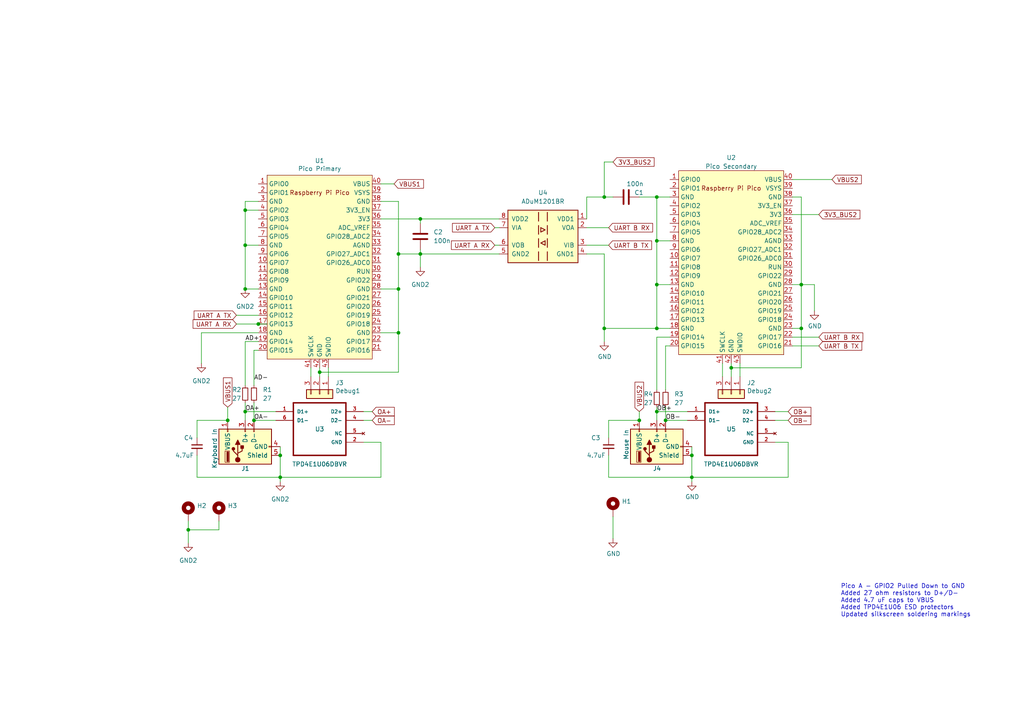
<source format=kicad_sch>
(kicad_sch (version 20230121) (generator eeschema)
  (paper "A4")
  (title_block (title "DeskHop - Fast Keyboard/Mouse Switching Device") (date "2024-01-11") (rev "v1.1") (company "Hrvoje Čavrak"))
  (lib_symbols
    (symbol "Connector:USB_A" (pin_names (offset 1.016))
      (property "Reference" "J" (at -5.08 11.43 0))
      (property "Value" "USB_A" (at -5.08 8.89 0))
      (symbol "USB_A_0_1"
        (rectangle (start -5.08 -7.62) (end 5.08 7.62) (stroke (width 0.254)) (fill (type background)))
        (circle (center -3.81 2.159) (radius 0.635) (stroke (width 0.254)) (fill (type outline)))
        (rectangle (start -1.524 4.826) (end -4.318 5.334) (fill (type outline)))
        (rectangle (start -1.27 4.572) (end -4.572 5.842))
        (circle (center -0.635 3.429) (radius 0.381) (stroke (width 0.254)) (fill (type outline)))
        (rectangle (start -0.127 -7.62) (end 0.127 -6.858))
        (polyline (pts (xy -3.175 2.159) (xy -2.54 2.159) (xy -1.27 3.429) (xy -0.635 3.429)) (stroke (width 0.254)))
        (polyline (pts (xy -2.54 2.159) (xy -1.905 2.159) (xy -1.27 0.889) (xy 0 0.889)) (stroke (width 0.254)))
        (polyline (pts (xy 0.635 2.794) (xy 0.635 1.524) (xy 1.905 2.159) (xy 0.635 2.794)) (stroke (width 0.254)) (fill (type outline)))
        (rectangle (start 0.254 1.27) (end -0.508 0.508) (stroke (width 0.254)) (fill (type outline)))
        (rectangle (start 5.08 -2.667) (end 4.318 -2.413))
        (rectangle (start 5.08 -0.127) (end 4.318 0.127))
        (rectangle (start 5.08 4.953) (end 4.318 5.207))
      )
      (symbol "USB_A_1_1"
        (polyline (pts (xy -1.905 2.159) (xy 0.635 2.159)) (stroke (width 0.254)))
        (pin power_in line (at 7.62 5.08 180) (length 2.54) (name "VBUS") (number "1"))
        (pin bidirectional line (at 7.62 -2.54 180) (length 2.54) (name "D-") (number "2"))
        (pin bidirectional line (at 7.62 0 180) (length 2.54) (name "D+") (number "3"))
        (pin power_in line (at 0 -10.16 90) (length 2.54) (name "GND") (number "4"))
        (pin passive line (at -2.54 -10.16 90) (length 2.54) (name "Shield") (number "5"))
      )
    )
    (symbol "Connector_Generic:Conn_01x03" (pin_names (offset 1.016) hide)
      (property "Reference" "J" (at 0 5.08 0))
      (property "Value" "Conn_01x03" (at 0 -5.08 0))
      (symbol "Conn_01x03_1_1"
        (rectangle (start -1.27 -2.413) (end 0 -2.667) (stroke (width 0.1524)))
        (rectangle (start -1.27 0.127) (end 0 -0.127) (stroke (width 0.1524)))
        (rectangle (start -1.27 2.667) (end 0 2.413) (stroke (width 0.1524)))
        (rectangle (start -1.27 3.81) (end 1.27 -3.81) (stroke (width 0.254)) (fill (type background)))
        (pin passive line (at -5.08 2.54 0) (length 3.81) (name "Pin_1") (number "1"))
        (pin passive line (at -5.08 0 0) (length 3.81) (name "Pin_2") (number "2"))
        (pin passive line (at -5.08 -2.54 0) (length 3.81) (name "Pin_3") (number "3"))
      )
    )
    (symbol "Device:C" (pin_numbers hide) (pin_names (offset 0.254))
      (property "Reference" "C" (at 0.635 2.54 0))
      (property "Value" "C" (at 0.635 -2.54 0))
      (symbol "C_0_1"
        (polyline (pts (xy -2.032 -0.762) (xy 2.032 -0.762)) (stroke (width 0.508)))
        (polyline (pts (xy -2.032 0.762) (xy 2.032 0.762)) (stroke (width 0.508)))
      )
      (symbol "C_1_1"
        (pin passive line (at 0 3.81 270) (length 2.794) (name "~") (number "1"))
        (pin passive line (at 0 -3.81 90) (length 2.794) (name "~") (number "2"))
      )
    )
    (symbol "Device:C_Small" (pin_numbers hide) (pin_names (offset 0.254) hide)
      (property "Reference" "C" (at 0.254 1.778 0))
      (property "Value" "C_Small" (at 0.254 -2.032 0))
      (symbol "C_Small_0_1"
        (polyline (pts (xy -1.524 -0.508) (xy 1.524 -0.508)) (stroke (width 0.3302)))
        (polyline (pts (xy -1.524 0.508) (xy 1.524 0.508)) (stroke (width 0.3048)))
      )
      (symbol "C_Small_1_1"
        (pin passive line (at 0 2.54 270) (length 2.032) (name "~") (number "1"))
        (pin passive line (at 0 -2.54 90) (length 2.032) (name "~") (number "2"))
      )
    )
    (symbol "Device:R_Small" (pin_numbers hide) (pin_names (offset 0.254) hide)
      (property "Reference" "R" (at 0.762 0.508 0))
      (property "Value" "R_Small" (at 0.762 -1.016 0))
      (symbol "R_Small_0_1"
        (rectangle (start -0.762 1.778) (end 0.762 -1.778) (stroke (width 0.2032)))
      )
      (symbol "R_Small_1_1"
        (pin passive line (at 0 2.54 270) (length 0.762) (name "~") (number "1"))
        (pin passive line (at 0 -2.54 90) (length 0.762) (name "~") (number "2"))
      )
    )
    (symbol "Isolator:ADuM1201BR" (pin_names (offset 1.016))
      (property "Reference" "U" (at -10.16 8.89 0))
      (property "Value" "ADuM1201BR" (at -2.032 8.89 0))
      (symbol "ADuM1201BR_0_1"
        (rectangle (start -10.16 7.62) (end 10.16 -7.62) (stroke (width 0.254)) (fill (type background)))
        (polyline (pts (xy -1.27 -4.445) (xy -1.27 -6.985)) (stroke (width 0.254)))
        (polyline (pts (xy -1.27 -0.635) (xy -1.27 -3.175)) (stroke (width 0.254)))
        (polyline (pts (xy -1.27 3.175) (xy -1.27 0.635)) (stroke (width 0.254)))
        (polyline (pts (xy -1.27 6.985) (xy -1.27 4.445)) (stroke (width 0.254)))
        (polyline (pts (xy 1.27 -4.445) (xy 1.27 -6.985)) (stroke (width 0.254)))
        (polyline (pts (xy 1.27 -0.635) (xy 1.27 -3.175)) (stroke (width 0.254)))
        (polyline (pts (xy 1.27 3.175) (xy 1.27 0.635)) (stroke (width 0.254)))
        (polyline (pts (xy 1.27 6.985) (xy 1.27 4.445)) (stroke (width 0.254)))
        (polyline (pts (xy -0.635 -1.27) (xy -0.635 -2.54) (xy 0.635 -1.905) (xy -0.635 -1.27)) (stroke (width 0.254)))
        (polyline (pts (xy 0.635 2.54) (xy 0.635 1.27) (xy -0.635 1.905) (xy 0.635 2.54)) (stroke (width 0.254)))
      )
      (symbol "ADuM1201BR_1_1"
        (pin power_in line (at -12.7 5.08 0) (length 2.54) (name "VDD1") (number "1"))
        (pin output line (at -12.7 2.54 0) (length 2.54) (name "VOA") (number "2"))
        (pin input line (at -12.7 -2.54 0) (length 2.54) (name "VIB") (number "3"))
        (pin power_in line (at -12.7 -5.08 0) (length 2.54) (name "GND1") (number "4"))
        (pin power_in line (at 12.7 -5.08 180) (length 2.54) (name "GND2") (number "5"))
        (pin output line (at 12.7 -2.54 180) (length 2.54) (name "VOB") (number "6"))
        (pin input line (at 12.7 2.54 180) (length 2.54) (name "VIA") (number "7"))
        (pin power_in line (at 12.7 5.08 180) (length 2.54) (name "VDD2") (number "8"))
      )
    )
    (symbol "MCU_RaspberryPi_and_Boards:Pico"
      (property "Reference" "U" (at -13.97 27.94 0))
      (property "Value" "Pico" (at 0 19.05 0))
      (symbol "Pico_0_0"
        (text "Raspberry Pi Pico" (at 0 21.59 0) (effects (font (size 1.27 1.27))))
      )
      (symbol "Pico_0_1"
        (rectangle (start -15.24 26.67) (end 15.24 -26.67) (fill (type background)))
      )
      (symbol "Pico_1_1"
        (pin bidirectional line (at -17.78 24.13 0) (length 2.54) (name "GPIO0") (number "1"))
        (pin bidirectional line (at -17.78 1.27 0) (length 2.54) (name "GPIO7") (number "10"))
        (pin bidirectional line (at -17.78 -1.27 0) (length 2.54) (name "GPIO8") (number "11"))
        (pin bidirectional line (at -17.78 -3.81 0) (length 2.54) (name "GPIO9") (number "12"))
        (pin power_in line (at -17.78 -6.35 0) (length 2.54) (name "GND") (number "13"))
        (pin bidirectional line (at -17.78 -8.89 0) (length 2.54) (name "GPIO10") (number "14"))
        (pin bidirectional line (at -17.78 -11.43 0) (length 2.54) (name "GPIO11") (number "15"))
        (pin bidirectional line (at -17.78 -13.97 0) (length 2.54) (name "GPIO12") (number "16"))
        (pin bidirectional line (at -17.78 -16.51 0) (length 2.54) (name "GPIO13") (number "17"))
        (pin power_in line (at -17.78 -19.05 0) (length 2.54) (name "GND") (number "18"))
        (pin bidirectional line (at -17.78 -21.59 0) (length 2.54) (name "GPIO14") (number "19"))
        (pin bidirectional line (at -17.78 21.59 0) (length 2.54) (name "GPIO1") (number "2"))
        (pin bidirectional line (at -17.78 -24.13 0) (length 2.54) (name "GPIO15") (number "20"))
        (pin bidirectional line (at 17.78 -24.13 180) (length 2.54) (name "GPIO16") (number "21"))
        (pin bidirectional line (at 17.78 -21.59 180) (length 2.54) (name "GPIO17") (number "22"))
        (pin power_in line (at 17.78 -19.05 180) (length 2.54) (name "GND") (number "23"))
        (pin bidirectional line (at 17.78 -16.51 180) (length 2.54) (name "GPIO18") (number "24"))
        (pin bidirectional line (at 17.78 -13.97 180) (length 2.54) (name "GPIO19") (number "25"))
        (pin bidirectional line (at 17.78 -11.43 180) (length 2.54) (name "GPIO20") (number "26"))
        (pin bidirectional line (at 17.78 -8.89 180) (length 2.54) (name "GPIO21") (number "27"))
        (pin power_in line (at 17.78 -6.35 180) (length 2.54) (name "GND") (number "28"))
        (pin bidirectional line (at 17.78 -3.81 180) (length 2.54) (name "GPIO22") (number "29"))
        (pin power_in line (at -17.78 19.05 0) (length 2.54) (name "GND") (number "3"))
        (pin input line (at 17.78 -1.27 180) (length 2.54) (name "RUN") (number "30"))
        (pin bidirectional line (at 17.78 1.27 180) (length 2.54) (name "GPIO26_ADC0") (number "31"))
        (pin bidirectional line (at 17.78 3.81 180) (length 2.54) (name "GPIO27_ADC1") (number "32"))
        (pin power_in line (at 17.78 6.35 180) (length 2.54) (name "AGND") (number "33"))
        (pin bidirectional line (at 17.78 8.89 180) (length 2.54) (name "GPIO28_ADC2") (number "34"))
        (pin power_in line (at 17.78 11.43 180) (length 2.54) (name "ADC_VREF") (number "35"))
        (pin power_in line (at 17.78 13.97 180) (length 2.54) (name "3V3") (number "36"))
        (pin input line (at 17.78 16.51 180) (length 2.54) (name "3V3_EN") (number "37"))
        (pin bidirectional line (at 17.78 19.05 180) (length 2.54) (name "GND") (number "38"))
        (pin power_in line (at 17.78 21.59 180) (length 2.54) (name "VSYS") (number "39"))
        (pin bidirectional line (at -17.78 16.51 0) (length 2.54) (name "GPIO2") (number "4"))
        (pin power_in line (at 17.78 24.13 180) (length 2.54) (name "VBUS") (number "40"))
        (pin input line (at -2.54 -29.21 90) (length 2.54) (name "SWCLK") (number "41"))
        (pin power_in line (at 0 -29.21 90) (length 2.54) (name "GND") (number "42"))
        (pin bidirectional line (at 2.54 -29.21 90) (length 2.54) (name "SWDIO") (number "43"))
        (pin bidirectional line (at -17.78 13.97 0) (length 2.54) (name "GPIO3") (number "5"))
        (pin bidirectional line (at -17.78 11.43 0) (length 2.54) (name "GPIO4") (number "6"))
        (pin bidirectional line (at -17.78 8.89 0) (length 2.54) (name "GPIO5") (number "7"))
        (pin power_in line (at -17.78 6.35 0) (length 2.54) (name "GND") (number "8"))
        (pin bidirectional line (at -17.78 3.81 0) (length 2.54) (name "GPIO6") (number "9"))
      )
    )
    (symbol "Mechanical:MountingHole_Pad" (pin_numbers hide) (pin_names (offset 1.016) hide)
      (property "Reference" "H" (at 0 6.35 0))
      (property "Value" "MountingHole_Pad" (at 0 4.445 0))
      (symbol "MountingHole_Pad_0_1"
        (circle (center 0 1.27) (radius 1.27) (stroke (width 1.27)))
      )
      (symbol "MountingHole_Pad_1_1"
        (pin input line (at 0 -2.54 90) (length 2.54) (name "1") (number "1"))
      )
    )
    (symbol "TPD4E1U06DBVR:TPD4E1U06DBVR" (pin_names (offset 1.016))
      (property "Reference" "U" (at -1.27 8.89 0))
      (property "Value" "TPD4E1U06DBVR" (at -7.62 -10.16 0))
      (symbol "TPD4E1U06DBVR_0_0"
        (polyline (pts (xy -7.62 -7.62) (xy -7.62 7.62)) (stroke (width 0.4064)))
        (polyline (pts (xy -7.62 7.62) (xy 7.62 7.62)) (stroke (width 0.4064)))
        (polyline (pts (xy 7.62 -7.62) (xy -7.62 -7.62)) (stroke (width 0.4064)))
        (polyline (pts (xy 7.62 7.62) (xy 7.62 -7.62)) (stroke (width 0.4064)))
        (pin bidirectional line (at -12.7 5.08 0) (length 5.08) (name "D1+") (number "1"))
        (pin power_in line (at 12.7 -3.81 180) (length 5.08) (name "GND") (number "2"))
        (pin bidirectional line (at 12.7 5.08 180) (length 5.08) (name "D2+") (number "3"))
        (pin bidirectional line (at 12.7 2.54 180) (length 5.08) (name "D2-") (number "4"))
        (pin no_connect line (at 12.7 -1.27 180) (length 5.08) (name "NC") (number "5"))
        (pin bidirectional line (at -12.7 2.54 0) (length 5.08) (name "D1-") (number "6"))
      )
    )
    (symbol "TPD4E1U06DBVR_1" (pin_names (offset 1.016))
      (property "Reference" "U" (at -1.27 8.89 0))
      (property "Value" "TPD4E1U06DBVR" (at -7.62 -10.16 0))
      (symbol "TPD4E1U06DBVR_1_0_0"
        (polyline (pts (xy -7.62 -7.62) (xy -7.62 7.62)) (stroke (width 0.4064)))
        (polyline (pts (xy -7.62 7.62) (xy 7.62 7.62)) (stroke (width 0.4064)))
        (polyline (pts (xy 7.62 -7.62) (xy -7.62 -7.62)) (stroke (width 0.4064)))
        (polyline (pts (xy 7.62 7.62) (xy 7.62 -7.62)) (stroke (width 0.4064)))
        (pin bidirectional line (at -12.7 5.08 0) (length 5.08) (name "D1+") (number "1"))
        (pin power_in line (at 12.7 -3.81 180) (length 5.08) (name "GND") (number "2"))
        (pin bidirectional line (at 12.7 5.08 180) (length 5.08) (name "D2+") (number "3"))
        (pin bidirectional line (at 12.7 2.54 180) (length 5.08) (name "D2-") (number "4"))
        (pin no_connect line (at 12.7 -1.27 180) (length 5.08) (name "NC") (number "5"))
        (pin bidirectional line (at -12.7 2.54 0) (length 5.08) (name "D1-") (number "6"))
      )
    )
    (symbol "power:GND" (power) (pin_names (offset 0))
      (property "Value" "GND" (at 0 -3.81 0))
      (symbol "GND_0_1"
        (polyline (pts (xy 0 0) (xy 0 -1.27) (xy 1.27 -1.27) (xy 0 -2.54) (xy -1.27 -1.27) (xy 0 -1.27)))
      )
      (symbol "GND_1_1"
        (pin power_in line (at 0 0 270) (length 0) hide (name "GND") (number "1"))
      )
    )
    (symbol "power:GND2" (power) (pin_names (offset 0))
      (property "Value" "GND2" (at 0 -3.81 0))
      (symbol "GND2_0_1"
        (polyline (pts (xy 0 0) (xy 0 -1.27) (xy 1.27 -1.27) (xy 0 -2.54) (xy -1.27 -1.27) (xy 0 -1.27)))
      )
      (symbol "GND2_1_1"
        (pin power_in line (at 0 0 270) (length 0) hide (name "GND2") (number "1"))
      )
    )
  )
  (junction (at 121.92 73.66))
  (junction (at 232.41 95.25))
  (junction (at 190.5 119.38))
  (junction (at 71.12 60.96))
  (junction (at 115.57 96.52))
  (junction (at 212.09 106.68))
  (junction (at 200.66 138.43))
  (junction (at 71.12 119.38))
  (junction (at 81.28 138.43))
  (junction (at 81.28 132.08))
  (junction (at 190.5 95.25))
  (junction (at 190.5 82.55))
  (junction (at 121.92 63.5))
  (junction (at 92.71 107.95))
  (junction (at 115.57 83.82))
  (junction (at 232.41 82.55))
  (junction (at 54.61 153.67))
  (junction (at 73.66 121.92))
  (junction (at 74.93 93.98))
  (junction (at 193.04 121.92))
  (junction (at 175.26 95.25))
  (junction (at 115.57 73.66))
  (junction (at 190.5 57.15))
  (junction (at 175.26 57.15))
  (junction (at 190.5 69.85))
  (junction (at 71.12 71.12))
  (junction (at 185.42 121.92))
  (junction (at 66.04 121.92))
  (junction (at 200.66 132.08))
  (junction (at 71.12 83.82))
  (wire (pts (xy 175.26 95.25) (xy 175.26 99.06)))
  (wire (pts (xy 57.15 121.92) (xy 66.04 121.92)))
  (wire (pts (xy 185.42 119.38) (xy 185.42 121.92)))
  (wire (pts (xy 190.5 82.55) (xy 190.5 95.25)))
  (wire (pts (xy 71.12 83.82) (xy 71.12 71.12)))
  (wire (pts (xy 71.12 60.96) (xy 74.93 60.96)))
  (wire (pts (xy 110.49 138.43) (xy 81.28 138.43)))
  (wire (pts (xy 193.04 100.33) (xy 194.31 100.33)))
  (wire (pts (xy 68.58 93.98) (xy 74.93 93.98)))
  (wire (pts (xy 71.12 99.06) (xy 71.12 111.76)))
  (wire (pts (xy 177.8 46.99) (xy 175.26 46.99)))
  (wire (pts (xy 190.5 95.25) (xy 194.31 95.25)))
  (wire (pts (xy 121.92 73.66) (xy 144.78 73.66)))
  (wire (pts (xy 170.18 73.66) (xy 175.26 73.66)))
  (wire (pts (xy 199.39 121.92) (xy 193.04 121.92)))
  (wire (pts (xy 115.57 73.66) (xy 115.57 58.42)))
  (wire (pts (xy 194.31 97.79) (xy 190.5 97.79)))
  (wire (pts (xy 110.49 128.27) (xy 105.41 128.27)))
  (wire (pts (xy 81.28 129.54) (xy 81.28 132.08)))
  (wire (pts (xy 232.41 57.15) (xy 232.41 82.55)))
  (wire (pts (xy 90.17 106.68) (xy 90.17 109.22)))
  (wire (pts (xy 190.5 97.79) (xy 190.5 113.03)))
  (wire (pts (xy 200.66 132.08) (xy 200.66 138.43)))
  (wire (pts (xy 121.92 72.39) (xy 121.92 73.66)))
  (wire (pts (xy 199.39 119.38) (xy 190.5 119.38)))
  (wire (pts (xy 81.28 138.43) (xy 81.28 139.7)))
  (wire (pts (xy 177.8 149.86) (xy 177.8 156.21)))
  (wire (pts (xy 71.12 71.12) (xy 74.93 71.12)))
  (wire (pts (xy 229.87 62.23) (xy 237.49 62.23)))
  (wire (pts (xy 71.12 60.96) (xy 71.12 58.42)))
  (wire (pts (xy 200.66 129.54) (xy 200.66 132.08)))
  (wire (pts (xy 71.12 71.12) (xy 71.12 60.96)))
  (wire (pts (xy 73.66 101.6) (xy 73.66 111.76)))
  (wire (pts (xy 71.12 116.84) (xy 71.12 119.38)))
  (wire (pts (xy 190.5 69.85) (xy 190.5 82.55)))
  (wire (pts (xy 115.57 83.82) (xy 115.57 96.52)))
  (wire (pts (xy 54.61 153.67) (xy 54.61 157.48)))
  (wire (pts (xy 57.15 132.08) (xy 57.15 138.43)))
  (wire (pts (xy 194.31 82.55) (xy 190.5 82.55)))
  (wire (pts (xy 212.09 109.22) (xy 212.09 106.68)))
  (wire (pts (xy 115.57 73.66) (xy 121.92 73.66)))
  (wire (pts (xy 176.53 71.12) (xy 170.18 71.12)))
  (wire (pts (xy 121.92 63.5) (xy 144.78 63.5)))
  (wire (pts (xy 74.93 83.82) (xy 71.12 83.82)))
  (wire (pts (xy 185.42 57.15) (xy 190.5 57.15)))
  (wire (pts (xy 73.66 116.84) (xy 73.66 121.92)))
  (wire (pts (xy 190.5 57.15) (xy 194.31 57.15)))
  (wire (pts (xy 176.53 121.92) (xy 185.42 121.92)))
  (wire (pts (xy 200.66 138.43) (xy 200.66 139.7)))
  (wire (pts (xy 58.42 96.52) (xy 74.93 96.52)))
  (wire (pts (xy 176.53 121.92) (xy 176.53 127)))
  (wire (pts (xy 121.92 64.77) (xy 121.92 63.5)))
  (wire (pts (xy 81.28 132.08) (xy 81.28 138.43)))
  (wire (pts (xy 176.53 132.08) (xy 176.53 138.43)))
  (wire (pts (xy 115.57 96.52) (xy 110.49 96.52)))
  (wire (pts (xy 170.18 66.04) (xy 176.53 66.04)))
  (wire (pts (xy 110.49 58.42) (xy 115.57 58.42)))
  (wire (pts (xy 92.71 107.95) (xy 115.57 107.95)))
  (wire (pts (xy 71.12 119.38) (xy 80.01 119.38)))
  (wire (pts (xy 175.26 95.25) (xy 190.5 95.25)))
  (wire (pts (xy 54.61 151.13) (xy 54.61 153.67)))
  (wire (pts (xy 175.26 46.99) (xy 175.26 57.15)))
  (wire (pts (xy 68.58 91.44) (xy 74.93 91.44)))
  (wire (pts (xy 229.87 100.33) (xy 237.49 100.33)))
  (wire (pts (xy 74.93 99.06) (xy 71.12 99.06)))
  (wire (pts (xy 73.66 101.6) (xy 74.93 101.6)))
  (wire (pts (xy 115.57 96.52) (xy 115.57 107.95)))
  (wire (pts (xy 175.26 73.66) (xy 175.26 95.25)))
  (wire (pts (xy 110.49 63.5) (xy 121.92 63.5)))
  (wire (pts (xy 190.5 118.11) (xy 190.5 119.38)))
  (wire (pts (xy 193.04 100.33) (xy 193.04 113.03)))
  (wire (pts (xy 143.51 66.04) (xy 144.78 66.04)))
  (wire (pts (xy 232.41 95.25) (xy 229.87 95.25)))
  (wire (pts (xy 224.79 119.38) (xy 228.6 119.38)))
  (wire (pts (xy 110.49 128.27) (xy 110.49 138.43)))
  (wire (pts (xy 209.55 109.22) (xy 209.55 105.41)))
  (wire (pts (xy 71.12 119.38) (xy 71.12 121.92)))
  (wire (pts (xy 176.53 138.43) (xy 200.66 138.43)))
  (wire (pts (xy 80.01 121.92) (xy 73.66 121.92)))
  (wire (pts (xy 92.71 109.22) (xy 92.71 107.95)))
  (wire (pts (xy 66.04 118.11) (xy 66.04 121.92)))
  (wire (pts (xy 229.87 57.15) (xy 232.41 57.15)))
  (wire (pts (xy 228.6 128.27) (xy 224.79 128.27)))
  (wire (pts (xy 54.61 153.67) (xy 63.5 153.67)))
  (wire (pts (xy 194.31 69.85) (xy 190.5 69.85)))
  (wire (pts (xy 105.41 121.92) (xy 107.95 121.92)))
  (wire (pts (xy 175.26 57.15) (xy 177.8 57.15)))
  (wire (pts (xy 110.49 83.82) (xy 115.57 83.82)))
  (wire (pts (xy 228.6 138.43) (xy 200.66 138.43)))
  (wire (pts (xy 170.18 57.15) (xy 175.26 57.15)))
  (wire (pts (xy 110.49 53.34) (xy 114.3 53.34)))
  (wire (pts (xy 236.22 82.55) (xy 232.41 82.55)))
  (wire (pts (xy 229.87 52.07) (xy 241.3 52.07)))
  (wire (pts (xy 71.12 58.42) (xy 74.93 58.42)))
  (wire (pts (xy 57.15 121.92) (xy 57.15 127)))
  (wire (pts (xy 92.71 107.95) (xy 92.71 106.68)))
  (wire (pts (xy 190.5 119.38) (xy 190.5 121.92)))
  (wire (pts (xy 170.18 57.15) (xy 170.18 63.5)))
  (wire (pts (xy 236.22 90.17) (xy 236.22 82.55)))
  (wire (pts (xy 212.09 106.68) (xy 232.41 106.68)))
  (wire (pts (xy 193.04 118.11) (xy 193.04 121.92)))
  (wire (pts (xy 229.87 97.79) (xy 237.49 97.79)))
  (wire (pts (xy 228.6 128.27) (xy 228.6 138.43)))
  (wire (pts (xy 224.79 121.92) (xy 228.6 121.92)))
  (wire (pts (xy 232.41 106.68) (xy 232.41 95.25)))
  (wire (pts (xy 74.93 93.98) (xy 77.47 93.98)))
  (wire (pts (xy 214.63 109.22) (xy 214.63 105.41)))
  (wire (pts (xy 232.41 82.55) (xy 232.41 95.25)))
  (wire (pts (xy 121.92 73.66) (xy 121.92 77.47)))
  (wire (pts (xy 63.5 151.13) (xy 63.5 153.67)))
  (wire (pts (xy 229.87 82.55) (xy 232.41 82.55)))
  (wire (pts (xy 115.57 83.82) (xy 115.57 73.66)))
  (wire (pts (xy 190.5 57.15) (xy 190.5 69.85)))
  (wire (pts (xy 95.25 109.22) (xy 95.25 106.68)))
  (wire (pts (xy 143.51 71.12) (xy 144.78 71.12)))
  (wire (pts (xy 58.42 96.52) (xy 58.42 105.41)))
  (wire (pts (xy 105.41 119.38) (xy 107.95 119.38)))
  (wire (pts (xy 212.09 106.68) (xy 212.09 105.41)))
  (wire (pts (xy 57.15 138.43) (xy 81.28 138.43)))
  (text "Pico A - GPIO2 Pulled Down to GND\nAdded 27 ohm resistors to D+/D-\nAdded 4.7 uF caps to VBUS\nAdded TPD4E1U06 ESD protectors\nUpdated silkscreen soldering markings" (at 243.84 179.07 0) (effects (font (size 1.27 1.27)) (justify left bottom)))
  (label "OB-" (at 193.04 121.92 0))
  (label "OA+" (at 71.12 119.38 0))
  (label "OA-" (at 73.66 121.92 0))
  (label "AD+" (at 71.12 99.06 0))
  (label "OB+" (at 190.5 119.38 0))
  (label "AD-" (at 73.66 110.49 0))
  (global_label "3V3_BUS2" (shape input) (at 177.8 46.99 0) (property "Intersheetrefs" "${INTERSHEET_REFS}" (effects hide)))
  (global_label "OB+" (shape input) (at 228.6 119.38 0) (property "Intersheetrefs" "${INTERSHEET_REFS}" (effects hide)))
  (global_label "OA-" (shape input) (at 107.95 121.92 0) (property "Intersheetrefs" "${INTERSHEET_REFS}" (effects hide)))
  (global_label "UART B RX" (shape input) (at 237.49 97.79 0) (property "Intersheetrefs" "${INTERSHEET_REFS}" (effects hide)))
  (global_label "VBUS2" (shape input) (at 241.3 52.07 0) (property "Intersheetrefs" "${INTERSHEET_REFS}" (effects hide)))
  (global_label "UART B RX" (shape input) (at 176.53 66.04 0) (property "Intersheetrefs" "${INTERSHEET_REFS}" (effects hide)))
  (global_label "OB-" (shape input) (at 228.6 121.92 0) (property "Intersheetrefs" "${INTERSHEET_REFS}" (effects hide)))
  (global_label "UART A RX" (shape input) (at 68.58 93.98 180) (property "Intersheetrefs" "${INTERSHEET_REFS}" (effects hide)))
  (global_label "UART A TX" (shape input) (at 143.51 66.04 180) (property "Intersheetrefs" "${INTERSHEET_REFS}" (effects hide)))
  (global_label "UART B TX" (shape input) (at 176.53 71.12 0) (property "Intersheetrefs" "${INTERSHEET_REFS}" (effects hide)))
  (global_label "UART A RX" (shape input) (at 143.51 71.12 180) (property "Intersheetrefs" "${INTERSHEET_REFS}" (effects hide)))
  (global_label "3V3_BUS2" (shape input) (at 237.49 62.23 0) (property "Intersheetrefs" "${INTERSHEET_REFS}" (effects hide)))
  (global_label "VBUS2" (shape input) (at 185.42 119.38 90) (property "Intersheetrefs" "${INTERSHEET_REFS}" (effects hide)))
  (global_label "VBUS1" (shape input) (at 114.3 53.34 0) (property "Intersheetrefs" "${INTERSHEET_REFS}" (effects hide)))
  (global_label "UART B TX" (shape input) (at 237.49 100.33 0) (property "Intersheetrefs" "${INTERSHEET_REFS}" (effects hide)))
  (global_label "OA+" (shape input) (at 107.95 119.38 0) (property "Intersheetrefs" "${INTERSHEET_REFS}" (effects hide)))
  (global_label "VBUS1" (shape input) (at 66.04 118.11 90) (property "Intersheetrefs" "${INTERSHEET_REFS}" (effects hide)))
  (global_label "UART A TX" (shape input) (at 68.58 91.44 180) (property "Intersheetrefs" "${INTERSHEET_REFS}" (effects hide)))
  (symbol (lib_id "MCU_RaspberryPi_and_Boards:Pico") (at 92.71 77.47 0) (unit 1)
    (property "Reference" "U1" (at 92.71 46.609 0))
    (property "Value" "Pico Primary" (at 92.71 48.9204 0))
    (property "Footprint" "MCU_RaspberryPi_and_Boards:RPi_Pico_SMD_TH" (effects hide))
  )
  (symbol (lib_id "Mechanical:MountingHole_Pad") (at 177.8 147.32 0) (unit 1)
    (property "Reference" "H1" (at 180.34 145.415 0) (effects (justify left)))
    (property "Value" "MountingHole_Pad" (effects hide))
    (property "Footprint" "MountingHole:MountingHole_2.7mm_M2.5_Pad_TopBottom" (effects hide))
  )
  (symbol (lib_id "Connector:USB_A") (at 71.12 129.54 90) (unit 1)
    (property "Reference" "J1" (at 72.39 135.89 90) (effects (justify left)))
    (property "Value" "Keyboard In" (at 62.23 135.89 0) (effects (justify left)))
    (property "Footprint" "Connector_USB:USB_A_Molex_67643_Horizontal" (effects hide))
    (property "Datasheet" " ~" (effects hide))
  )
  (symbol (lib_id "power:GND2") (at 71.12 83.82 0) (mirror y) (unit 1)
    (property "Reference" "#PWR07" (effects hide))
    (property "Value" "GND2" (at 71.12 88.9 0))
  )
  (symbol (lib_id "Mechanical:MountingHole_Pad") (at 54.61 148.59 0) (unit 1)
    (property "Reference" "H2" (at 57.15 146.685 0) (effects (justify left)))
    (property "Value" "MountingHole_Pad" (effects hide))
    (property "Footprint" "MountingHole:MountingHole_2.7mm_M2.5_Pad_TopBottom" (effects hide))
  )
  (symbol (lib_id "Isolator:ADuM1201BR") (at 157.48 68.58 0) (mirror y) (unit 1)
    (property "Reference" "U4" (at 157.48 55.88 0))
    (property "Value" "ADuM1201BR" (at 157.48 58.42 0))
    (property "Footprint" "Package_SO:SOIC-8_3.9x4.9mm_P1.27mm" (effects hide))
    (property "Datasheet" "https://www.analog.com/static/imported-files/data_sheets/ADuM1200_1201.pdf" (effects hide))
  )
  (symbol (lib_name "TPD4E1U06DBVR_1") (lib_id "TPD4E1U06DBVR:TPD4E1U06DBVR") (at 212.09 124.46 0) (unit 1)
    (property "Reference" "U5" (at 212.09 124.46 0))
    (property "Value" "TPD4E1U06DBVR" (at 212.09 134.62 0))
    (property "Footprint" "Library:TPD4E1U06DBVR" (effects hide))
    (property "Datasheet" "SOT-23-6 Texas Instruments" (effects hide))
  )
  (symbol (lib_id "Device:R_Small") (at 193.04 115.57 0) (unit 1)
    (property "Reference" "R3" (at 195.58 114.3 0) (effects (justify left)))
    (property "Value" "27" (at 195.58 116.84 0) (effects (justify left)))
    (property "Footprint" "Resistor_SMD:R_0805_2012Metric" (effects hide))
  )
  (symbol (lib_id "Device:C") (at 121.92 68.58 0) (unit 1)
    (property "Reference" "C2" (at 125.73 67.31 0) (effects (justify left)))
    (property "Value" "100n" (at 125.73 69.85 0) (effects (justify left)))
    (property "Footprint" "Capacitor_SMD:C_0805_2012Metric" (effects hide))
  )
  (symbol (lib_id "TPD4E1U06DBVR:TPD4E1U06DBVR") (at 92.71 124.46 0) (unit 1)
    (property "Reference" "U3" (at 92.71 124.46 0))
    (property "Value" "TPD4E1U06DBVR" (at 92.71 134.62 0))
    (property "Footprint" "Library:TPD4E1U06DBVR" (effects hide))
    (property "Datasheet" "SOT-23-6 Texas Instruments" (effects hide))
  )
  (symbol (lib_id "Mechanical:MountingHole_Pad") (at 63.5 148.59 0) (unit 1)
    (property "Reference" "H3" (at 66.04 146.685 0) (effects (justify left)))
    (property "Value" "MountingHole_Pad" (effects hide))
    (property "Footprint" "MountingHole:MountingHole_2.7mm_M2.5_Pad_TopBottom" (effects hide))
  )
  (symbol (lib_id "Device:R_Small") (at 73.66 114.3 0) (unit 1)
    (property "Reference" "R1" (at 76.2 113.03 0) (effects (justify left)))
    (property "Value" "27" (at 76.2 115.57 0) (effects (justify left)))
    (property "Footprint" "Resistor_SMD:R_0805_2012Metric" (effects hide))
  )
  (symbol (lib_id "Connector_Generic:Conn_01x03") (at 92.71 114.3 270) (unit 1)
    (property "Reference" "J3" (at 97.282 111.0488 90) (effects (justify left)))
    (property "Value" "Debug1" (at 97.282 113.3602 90) (effects (justify left)))
    (property "Footprint" "Connector_PinHeader_2.54mm:PinHeader_1x03_P2.54mm_Vertical" (effects hide))
  )
  (symbol (lib_id "power:GND2") (at 58.42 105.41 0) (mirror y) (unit 1)
    (property "Reference" "#PWR01" (effects hide))
    (property "Value" "GND2" (at 58.42 110.49 0))
  )
  (symbol (lib_id "Device:C_Small") (at 57.15 129.54 0) (unit 1)
    (property "Reference" "C4" (at 53.34 127 0) (effects (justify left)))
    (property "Value" "4.7uF" (at 50.8 132.08 0) (effects (justify left)))
    (property "Footprint" "Capacitor_SMD:C_0805_2012Metric" (effects hide))
  )
  (symbol (lib_id "Device:R_Small") (at 71.12 114.3 0) (unit 1)
    (property "Reference" "R2" (at 67.31 113.03 0) (effects (justify left)))
    (property "Value" "27" (at 67.31 115.57 0) (effects (justify left)))
    (property "Footprint" "Resistor_SMD:R_0805_2012Metric" (effects hide))
  )
  (symbol (lib_id "Connector_Generic:Conn_01x03") (at 212.09 114.3 270) (unit 1)
    (property "Reference" "J2" (at 216.662 111.0488 90) (effects (justify left)))
    (property "Value" "Debug2" (at 216.662 113.3602 90) (effects (justify left)))
    (property "Footprint" "Connector_PinHeader_2.54mm:PinHeader_1x03_P2.54mm_Vertical" (effects hide))
  )
  (symbol (lib_id "power:GND") (at 175.26 99.06 0) (unit 1)
    (property "Reference" "#PWR010" (effects hide))
    (property "Value" "GND" (at 175.387 103.4542 0))
  )
  (symbol (lib_id "power:GND2") (at 81.28 139.7 0) (mirror y) (unit 1)
    (property "Reference" "#PWR08" (effects hide))
    (property "Value" "GND2" (at 81.28 144.78 0))
  )
  (symbol (lib_id "Device:R_Small") (at 190.5 115.57 0) (unit 1)
    (property "Reference" "R4" (at 186.69 114.3 0) (effects (justify left)))
    (property "Value" "27" (at 186.69 116.84 0) (effects (justify left)))
    (property "Footprint" "Resistor_SMD:R_0805_2012Metric" (effects hide))
  )
  (symbol (lib_id "power:GND") (at 177.8 156.21 0) (unit 1)
    (property "Reference" "#PWR02" (effects hide))
    (property "Value" "GND" (at 177.927 160.6042 0))
  )
  (symbol (lib_id "Device:C_Small") (at 176.53 129.54 0) (unit 1)
    (property "Reference" "C3" (at 171.45 127 0) (effects (justify left)))
    (property "Value" "4.7uF" (at 170.18 132.08 0) (effects (justify left)))
    (property "Footprint" "Capacitor_SMD:C_0805_2012Metric" (effects hide))
  )
  (symbol (lib_id "power:GND2") (at 121.92 77.47 0) (unit 1)
    (property "Reference" "#PWR05" (effects hide))
    (property "Value" "GND2" (at 121.92 82.55 0))
  )
  (symbol (lib_id "MCU_RaspberryPi_and_Boards:Pico") (at 212.09 76.2 0) (unit 1)
    (property "Reference" "U2" (at 212.09 45.72 0))
    (property "Value" "Pico Secondary" (at 212.09 48.26 0))
    (property "Footprint" "MCU_RaspberryPi_and_Boards:RPi_Pico_SMD_TH" (effects hide))
  )
  (symbol (lib_id "power:GND") (at 236.22 90.17 0) (unit 1)
    (property "Reference" "#PWR09" (effects hide))
    (property "Value" "GND" (at 236.347 94.5642 0))
  )
  (symbol (lib_id "power:GND2") (at 54.61 157.48 0) (mirror y) (unit 1)
    (property "Reference" "#PWR03" (effects hide))
    (property "Value" "GND2" (at 54.61 162.56 0))
  )
  (symbol (lib_id "power:GND") (at 200.66 139.7 0) (unit 1)
    (property "Reference" "#PWR04" (effects hide))
    (property "Value" "GND" (at 200.787 144.0942 0))
  )
  (symbol (lib_id "Connector:USB_A") (at 190.5 129.54 90) (unit 1)
    (property "Reference" "J4" (at 191.77 135.89 90) (effects (justify left)))
    (property "Value" "Mouse In" (at 181.61 133.35 0) (effects (justify left)))
    (property "Footprint" "Connector_USB:USB_A_Molex_67643_Horizontal" (effects hide))
    (property "Datasheet" " ~" (effects hide))
  )
  (symbol (lib_id "Device:C") (at 181.61 57.15 90) (unit 1)
    (property "Reference" "C1" (at 186.69 55.88 90) (effects (justify left)))
    (property "Value" "100n" (at 186.69 53.34 90) (effects (justify left)))
    (property "Footprint" "Capacitor_SMD:C_0805_2012Metric" (effects hide))
  )
)
</source>
